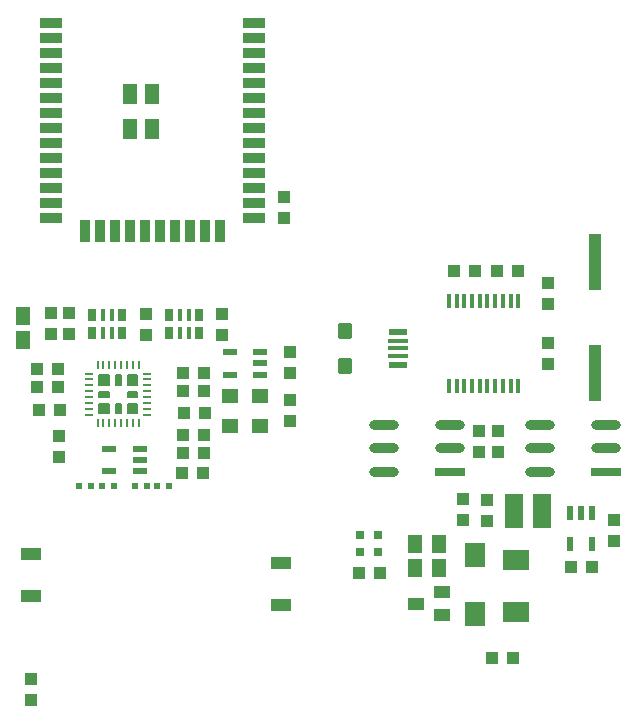
<source format=gbr>
%TF.GenerationSoftware,KiCad,Pcbnew,9.0.0*%
%TF.CreationDate,2025-04-12T10:41:42+08:00*%
%TF.ProjectId,ESP32-EVB_Rev_K1,45535033-322d-4455-9642-5f5265765f4b,K1*%
%TF.SameCoordinates,PXc1d4028PY6c847bc*%
%TF.FileFunction,Paste,Top*%
%TF.FilePolarity,Positive*%
%FSLAX46Y46*%
G04 Gerber Fmt 4.6, Leading zero omitted, Abs format (unit mm)*
G04 Created by KiCad (PCBNEW 9.0.0) date 2025-04-12 10:41:42*
%MOMM*%
%LPD*%
G01*
G04 APERTURE LIST*
G04 Aperture macros list*
%AMRoundRect*
0 Rectangle with rounded corners*
0 $1 Rounding radius*
0 $2 $3 $4 $5 $6 $7 $8 $9 X,Y pos of 4 corners*
0 Add a 4 corners polygon primitive as box body*
4,1,4,$2,$3,$4,$5,$6,$7,$8,$9,$2,$3,0*
0 Add four circle primitives for the rounded corners*
1,1,$1+$1,$2,$3*
1,1,$1+$1,$4,$5*
1,1,$1+$1,$6,$7*
1,1,$1+$1,$8,$9*
0 Add four rect primitives between the rounded corners*
20,1,$1+$1,$2,$3,$4,$5,0*
20,1,$1+$1,$4,$5,$6,$7,0*
20,1,$1+$1,$6,$7,$8,$9,0*
20,1,$1+$1,$8,$9,$2,$3,0*%
G04 Aperture macros list end*
%ADD10C,0.200000*%
%ADD11R,1.016000X1.016000*%
%ADD12R,1.400000X1.200000*%
%ADD13R,1.270000X1.524000*%
%ADD14R,0.635000X1.016000*%
%ADD15R,0.381000X1.016000*%
%ADD16R,0.550000X1.200000*%
%ADD17R,1.200000X1.800000*%
%ADD18RoundRect,0.050800X-0.900000X-0.400000X0.900000X-0.400000X0.900000X0.400000X-0.900000X0.400000X0*%
%ADD19RoundRect,0.050800X-0.400000X-0.900000X0.400000X-0.900000X0.400000X0.900000X-0.400000X0.900000X0*%
%ADD20R,0.780000X0.230000*%
%ADD21R,0.230000X0.780000*%
%ADD22R,1.778000X1.016000*%
%ADD23R,1.700000X2.000000*%
%ADD24R,1.400000X1.000000*%
%ADD25R,1.100000X4.826000*%
%ADD26R,2.286000X1.778000*%
%ADD27R,0.325000X1.270000*%
%ADD28R,0.800000X0.800000*%
%ADD29R,1.200000X0.550000*%
%ADD30R,1.600000X3.000000*%
%ADD31R,0.500000X0.550000*%
%ADD32RoundRect,0.127000X-0.500000X0.550000X-0.500000X-0.550000X0.500000X-0.550000X0.500000X0.550000X0*%
%ADD33R,1.650000X0.500000*%
%ADD34RoundRect,0.035560X-0.825000X0.162500X-0.825000X-0.162500X0.825000X-0.162500X0.825000X0.162500X0*%
%ADD35R,2.540000X0.800000*%
%ADD36O,2.540000X0.800000*%
G04 APERTURE END LIST*
D10*
%TO.C,U4*%
X7816949Y35723409D02*
X7816949Y34923409D01*
X7816949Y35623409D02*
X8616949Y35623409D01*
X7816949Y35523409D02*
X8616949Y35523409D01*
X7816949Y35423409D02*
X8616949Y35423409D01*
X7816949Y35323409D02*
X8616949Y35323409D01*
X7816949Y35223409D02*
X8616949Y35223409D01*
X7816949Y35123409D02*
X8616949Y35123409D01*
X7816949Y35023409D02*
X8616949Y35023409D01*
X7816949Y34923409D02*
X8616949Y34923409D01*
X7816949Y34323409D02*
X7816949Y33923409D01*
X7816949Y34223409D02*
X8616949Y34223409D01*
X7816949Y34023409D02*
X8616949Y34023409D01*
X7816949Y33923409D02*
X8616949Y33923409D01*
X7816949Y33323409D02*
X7816949Y32523409D01*
X7816949Y33223409D02*
X8616949Y33223409D01*
X7816949Y33123409D02*
X8616949Y33123409D01*
X7816949Y33023409D02*
X8616949Y33023409D01*
X7816949Y32923409D02*
X8616949Y32923409D01*
X7816949Y32823409D02*
X8616949Y32823409D01*
X7816949Y32723409D02*
X8616949Y32723409D01*
X7816949Y32623409D02*
X8616949Y32623409D01*
X7816949Y32523409D02*
X8616949Y32523409D01*
X8616949Y35723409D02*
X7816949Y35723409D01*
X8616949Y34923409D02*
X8616949Y35723409D01*
X8616949Y34323409D02*
X7816949Y34323409D01*
X8616949Y34123409D02*
X7816949Y34123409D01*
X8616949Y33923409D02*
X8616949Y34323409D01*
X8616949Y33323409D02*
X7816949Y33323409D01*
X8616949Y32523409D02*
X8616949Y33323409D01*
X9216949Y35723409D02*
X9616949Y35723409D01*
X9216949Y34923409D02*
X9216949Y35723409D01*
X9216949Y33323409D02*
X9616949Y33323409D01*
X9216949Y32523409D02*
X9216949Y33323409D01*
X9316949Y34923409D02*
X9316949Y35723409D01*
X9316949Y32523409D02*
X9316949Y33323409D01*
X9416949Y34923409D02*
X9416949Y35723409D01*
X9416949Y32523409D02*
X9416949Y33323409D01*
X9516949Y34923409D02*
X9516949Y35723409D01*
X9516949Y32523409D02*
X9516949Y33323409D01*
X9616949Y35723409D02*
X9616949Y34923409D01*
X9616949Y34923409D02*
X9216949Y34923409D01*
X9616949Y33323409D02*
X9616949Y32523409D01*
X9616949Y32523409D02*
X9216949Y32523409D01*
X10216949Y35723409D02*
X10216949Y34923409D01*
X10216949Y35623409D02*
X11016949Y35623409D01*
X10216949Y35523409D02*
X11016949Y35523409D01*
X10216949Y35423409D02*
X11016949Y35423409D01*
X10216949Y35323409D02*
X11016949Y35323409D01*
X10216949Y35223409D02*
X11016949Y35223409D01*
X10216949Y35123409D02*
X11016949Y35123409D01*
X10216949Y35023409D02*
X11016949Y35023409D01*
X10216949Y34923409D02*
X11016949Y34923409D01*
X10216949Y34323409D02*
X10216949Y33923409D01*
X10216949Y34223409D02*
X11016949Y34223409D01*
X10216949Y34023409D02*
X11016949Y34023409D01*
X10216949Y33923409D02*
X11016949Y33923409D01*
X10216949Y33323409D02*
X10216949Y32523409D01*
X10216949Y33223409D02*
X11016949Y33223409D01*
X10216949Y33123409D02*
X11016949Y33123409D01*
X10216949Y33023409D02*
X11016949Y33023409D01*
X10216949Y32923409D02*
X11016949Y32923409D01*
X10216949Y32823409D02*
X11016949Y32823409D01*
X10216949Y32723409D02*
X11016949Y32723409D01*
X10216949Y32623409D02*
X11016949Y32623409D01*
X10216949Y32523409D02*
X11016949Y32523409D01*
X11016949Y35723409D02*
X10216949Y35723409D01*
X11016949Y34923409D02*
X11016949Y35723409D01*
X11016949Y34323409D02*
X10216949Y34323409D01*
X11016949Y34123409D02*
X10216949Y34123409D01*
X11016949Y33923409D02*
X11016949Y34323409D01*
X11016949Y33323409D02*
X10216949Y33323409D01*
X11016949Y32523409D02*
X11016949Y33323409D01*
%TD*%
D11*
%TO.C,C8*%
X3701949Y40981409D03*
X3701949Y39203409D03*
%TD*%
%TO.C,C9*%
X5225949Y40981409D03*
X5225949Y39203409D03*
%TD*%
%TO.C,C13*%
X11736240Y39180054D03*
X11736240Y40958054D03*
%TD*%
%TO.C,C15*%
X14877949Y30694409D03*
X16655949Y30694409D03*
%TD*%
%TO.C,C16*%
X14877949Y35901409D03*
X16655949Y35901409D03*
%TD*%
%TO.C,C17*%
X14877949Y34377409D03*
X16655949Y34377409D03*
%TD*%
%TO.C,C18*%
X2558949Y34758409D03*
X4336949Y34758409D03*
%TD*%
D12*
%TO.C,CR1*%
X21435949Y34008409D03*
X18895949Y34008409D03*
X18895949Y31468409D03*
X21435949Y31468409D03*
%TD*%
D13*
%TO.C,L3*%
X1329551Y40720844D03*
X1329551Y38688844D03*
%TD*%
D11*
%TO.C,R26*%
X14850367Y27427345D03*
X16628367Y27427345D03*
%TD*%
%TO.C,R27*%
X2023393Y8255784D03*
X2023393Y10033784D03*
%TD*%
%TO.C,R34*%
X23965949Y31849409D03*
X23965949Y33627409D03*
%TD*%
%TO.C,R36*%
X16754949Y32538409D03*
X14976949Y32538409D03*
%TD*%
%TO.C,R38*%
X4336949Y36282409D03*
X2558949Y36282409D03*
%TD*%
%TO.C,R39*%
X14877949Y29170409D03*
X16655949Y29170409D03*
%TD*%
%TO.C,R41*%
X41522787Y44574603D03*
X43300787Y44574603D03*
%TD*%
D14*
%TO.C,RM2*%
X16277838Y40844982D03*
X16277838Y39320982D03*
D15*
X15388838Y40844982D03*
X15388838Y39320982D03*
X14626838Y40844982D03*
X14626838Y39320982D03*
D14*
X13737838Y40844982D03*
X13737838Y39320982D03*
%TD*%
%TO.C,RM3*%
X7234030Y39326823D03*
X7234030Y40850823D03*
D15*
X8123030Y39326823D03*
X8123030Y40850823D03*
X8885030Y39326823D03*
X8885030Y40850823D03*
D14*
X9774030Y39326823D03*
X9774030Y40850823D03*
%TD*%
D16*
%TO.C,U2*%
X49558877Y24075564D03*
X48608877Y24075564D03*
X47658877Y24075564D03*
X47658877Y21475564D03*
X49558877Y21475564D03*
%TD*%
D17*
%TO.C,U3*%
X10446949Y59563409D03*
X10446949Y56563409D03*
X12246949Y59563409D03*
X12246949Y56563409D03*
D18*
X3746949Y65573409D03*
X3746949Y64303409D03*
X3746949Y63033409D03*
X3746949Y61763409D03*
X3746949Y60493409D03*
X3746949Y59223409D03*
X3746949Y57953409D03*
X3746949Y56683409D03*
X3746949Y55413409D03*
X3746949Y54143409D03*
X3746949Y52873409D03*
X3746949Y51603409D03*
X3746949Y50333409D03*
X3746949Y49063409D03*
D19*
X6646949Y47963409D03*
X7916949Y47963409D03*
X9186949Y47963409D03*
X10456949Y47963409D03*
X11726949Y47963409D03*
X12996949Y47963409D03*
X14266949Y47963409D03*
X15536949Y47963409D03*
X16806949Y47963409D03*
X18076949Y47963409D03*
D18*
X20946949Y49063409D03*
X20946949Y50333409D03*
X20946949Y51603409D03*
X20946949Y52873409D03*
X20946949Y54143409D03*
X20946949Y55413409D03*
X20946949Y56683409D03*
X20946949Y57953409D03*
X20946949Y59223409D03*
X20946949Y60493409D03*
X20946949Y61763409D03*
X20946949Y63033409D03*
X20946949Y64303409D03*
X20946949Y65573409D03*
%TD*%
D20*
%TO.C,U4*%
X11866949Y32373409D03*
X11866949Y32873409D03*
X11866949Y33373409D03*
X11866949Y33873409D03*
X11866949Y34373409D03*
X11866949Y34873409D03*
X11866949Y35373409D03*
X11866949Y35873409D03*
D21*
X11166949Y36573409D03*
X10666949Y36573409D03*
X10166949Y36573409D03*
X9666949Y36573409D03*
X9166949Y36573409D03*
X8666949Y36573409D03*
X8166949Y36573409D03*
X7666949Y36573409D03*
D20*
X6966949Y35873409D03*
X6966949Y35373409D03*
X6966949Y34873409D03*
X6966949Y34373409D03*
X6966949Y33873409D03*
X6966949Y33373409D03*
X6966949Y32873409D03*
X6966949Y32373409D03*
D21*
X7666949Y31673409D03*
X8166949Y31673409D03*
X8666949Y31673409D03*
X9166949Y31673409D03*
X9666949Y31673409D03*
X10166949Y31673409D03*
X10666949Y31673409D03*
X11166949Y31673409D03*
%TD*%
D22*
%TO.C,C19*%
X2023393Y17027781D03*
X2023393Y20583781D03*
%TD*%
%TO.C,C20*%
X23186949Y16290409D03*
X23186949Y19846409D03*
%TD*%
D11*
%TO.C,R4*%
X31580870Y18976913D03*
X29802870Y18976913D03*
%TD*%
%TO.C,R19*%
X51421147Y21735005D03*
X51421147Y23513005D03*
%TD*%
%TO.C,R20*%
X49512046Y19514105D03*
X47734046Y19514105D03*
%TD*%
%TO.C,C21*%
X45815819Y41773299D03*
X45815819Y43551299D03*
%TD*%
%TO.C,C22*%
X45815819Y38440299D03*
X45815819Y36662299D03*
%TD*%
%TO.C,C24*%
X39933745Y31005736D03*
X39933745Y29227736D03*
%TD*%
D23*
%TO.C,D6*%
X39621180Y20547151D03*
X39621180Y15547151D03*
%TD*%
D24*
%TO.C,FET2*%
X36811163Y15459289D03*
X36811163Y17361749D03*
X34601363Y16406709D03*
%TD*%
D25*
%TO.C,Q3*%
X49796775Y45341656D03*
X49796775Y35943656D03*
%TD*%
D11*
%TO.C,R30*%
X41053948Y11799483D03*
X42831948Y11799483D03*
%TD*%
%TO.C,R42*%
X39608951Y44589430D03*
X37830951Y44589430D03*
%TD*%
%TO.C,R54*%
X23466949Y49014409D03*
X23466949Y50792409D03*
%TD*%
D26*
%TO.C,D2*%
X43133382Y20072181D03*
X43133382Y15718181D03*
%TD*%
D11*
%TO.C,R57*%
X23965949Y37678409D03*
X23965949Y35900409D03*
%TD*%
%TO.C,C12*%
X2674255Y32832223D03*
X4452255Y32832223D03*
%TD*%
D13*
%TO.C,C1*%
X36618410Y21474926D03*
X34586410Y21474926D03*
%TD*%
%TO.C,C2*%
X36618410Y19442926D03*
X34586410Y19442926D03*
%TD*%
D11*
%TO.C,C14*%
X4374744Y30586231D03*
X4374744Y28808231D03*
%TD*%
%TO.C,C28*%
X18222838Y39139982D03*
X18222838Y40917982D03*
%TD*%
%TO.C,R40*%
X41588532Y31005736D03*
X41588532Y29227736D03*
%TD*%
D27*
%TO.C,U5*%
X37433730Y34793958D03*
X38083730Y34793958D03*
X38733730Y34793958D03*
X39383730Y34793958D03*
X40033730Y34793958D03*
X40683730Y34793958D03*
X41333730Y34793958D03*
X41983730Y34793958D03*
X42633730Y34793958D03*
X43283730Y34793958D03*
X43283730Y42032958D03*
X42633730Y42032958D03*
X41983730Y42032958D03*
X41333730Y42032958D03*
X40683730Y42032958D03*
X40033730Y42032958D03*
X39383730Y42032958D03*
X38733730Y42032958D03*
X38083730Y42032958D03*
X37433730Y42032958D03*
%TD*%
D11*
%TO.C,C7*%
X38602769Y25229902D03*
X38602769Y23451902D03*
%TD*%
%TO.C,C6*%
X40612154Y25196131D03*
X40612154Y23418131D03*
%TD*%
D28*
%TO.C,CHARGE1*%
X31392947Y22193546D03*
X29868947Y22193546D03*
%TD*%
D29*
%TO.C,U8*%
X21465949Y35788409D03*
X21465949Y36738409D03*
X21465949Y37688409D03*
X18865949Y37688409D03*
X18865949Y35788409D03*
%TD*%
D30*
%TO.C,L2*%
X45341242Y24205817D03*
X42941242Y24205817D03*
%TD*%
D28*
%TO.C,PWRLED1*%
X31392947Y20758270D03*
X29868947Y20758270D03*
%TD*%
D31*
%TO.C,R33*%
X9035949Y26376409D03*
X8019949Y26376409D03*
%TD*%
%TO.C,R32*%
X6114949Y26376409D03*
X7130949Y26376409D03*
%TD*%
%TO.C,R31*%
X13734949Y26376409D03*
X12718949Y26376409D03*
%TD*%
%TO.C,R28*%
X10813949Y26376409D03*
X11829949Y26376409D03*
%TD*%
D32*
%TO.C,USB-UART1*%
X28582412Y36514736D03*
X28582412Y39514736D03*
D33*
X33132412Y39402236D03*
D34*
X33132412Y38664736D03*
X33132412Y38014736D03*
X33132412Y37364736D03*
D33*
X33132412Y36627236D03*
%TD*%
D29*
%TO.C,TVS1*%
X11224949Y27585409D03*
X11224949Y28535409D03*
X11224949Y29485409D03*
X8624949Y29485409D03*
X8624949Y27585409D03*
%TD*%
D35*
%TO.C,U6*%
X37528890Y27551700D03*
D36*
X31940890Y27551700D03*
X37528890Y29551700D03*
X31940890Y29551700D03*
X37528890Y31551700D03*
X31940890Y31551700D03*
%TD*%
D35*
%TO.C,U7*%
X50726937Y27551700D03*
D36*
X45138937Y27551700D03*
X50726937Y29551700D03*
X45138937Y29551700D03*
X50726937Y31551700D03*
X45138937Y31551700D03*
%TD*%
M02*

</source>
